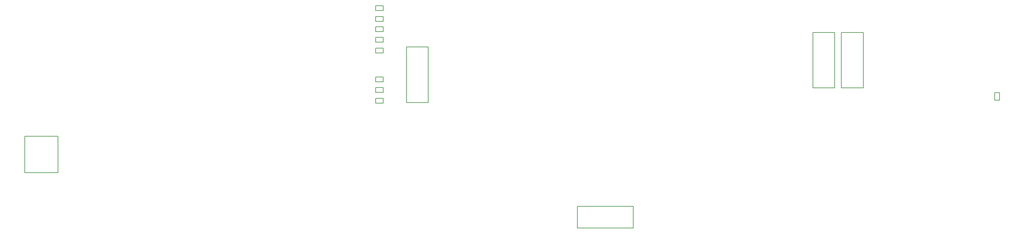
<source format=gbr>
%TF.GenerationSoftware,Altium Limited,Altium Designer,26.1.1 (7)*%
G04 Layer_Color=32896*
%FSLAX43Y43*%
%MOMM*%
%TF.SameCoordinates,F910D8A4-5627-44EB-A571-6FFAAA827985*%
%TF.FilePolarity,Positive*%
%TF.FileFunction,Other,Mechanical_12*%
%TF.Part,Single*%
G01*
G75*
%TA.AperFunction,NonConductor*%
%ADD96C,0.200*%
D96*
X117050Y39720D02*
Y55320D01*
X110950Y39720D02*
X117050D01*
X110950D02*
Y55320D01*
X117050D01*
X104430Y59691D02*
Y61041D01*
X102330D02*
X104430D01*
X102330Y59691D02*
Y61041D01*
Y59691D02*
X104430D01*
X102330Y56691D02*
X104430D01*
X102330D02*
Y58041D01*
X104430D01*
Y56691D02*
Y58041D01*
X102330Y65579D02*
X104430D01*
X102330D02*
Y66929D01*
X104430D01*
Y65579D02*
Y66929D01*
X102330Y62570D02*
X104430D01*
X102330D02*
Y63920D01*
X104430D01*
Y62570D02*
Y63920D01*
Y53691D02*
Y55041D01*
X102330D02*
X104430D01*
X102330Y53691D02*
Y55041D01*
Y53691D02*
X104430D01*
X102355Y42541D02*
X104455D01*
X102355D02*
Y43891D01*
X104455D01*
Y42541D02*
Y43891D01*
Y45541D02*
Y46891D01*
X102355D02*
X104455D01*
X102355Y45541D02*
Y46891D01*
Y45541D02*
X104455D01*
X102355Y39541D02*
X104455D01*
X102355D02*
Y40891D01*
X104455D01*
Y39541D02*
Y40891D01*
X3945Y30158D02*
X13292D01*
Y19922D02*
Y30158D01*
X3945Y19922D02*
X13292D01*
X3945D02*
Y30158D01*
X158930Y4350D02*
Y10450D01*
Y4350D02*
X174530D01*
Y10450D01*
X158930D02*
X174530D01*
X231029Y43820D02*
Y59420D01*
X224929Y43820D02*
X231029D01*
X224929D02*
Y59420D01*
X231029D01*
X275866Y40368D02*
X277216D01*
Y42468D01*
X275866D02*
X277216D01*
X275866Y40368D02*
Y42468D01*
X239029Y43810D02*
Y59410D01*
X232929Y43810D02*
X239029D01*
X232929D02*
Y59410D01*
X239029D01*
%TF.MD5,75e1b8d692768fb4d069e4ece7bea4d0*%
M02*

</source>
